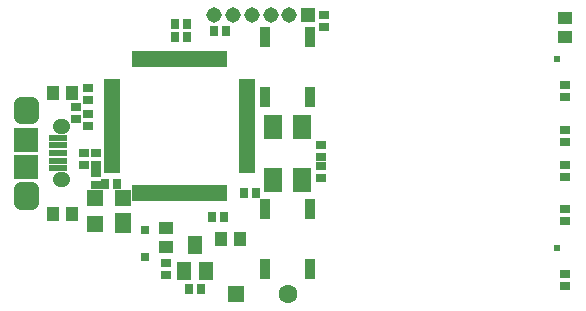
<source format=gts>
G04 EAGLE Gerber RS-274X export*
G75*
%MOMM*%
%FSLAX34Y34*%
%LPD*%
%INTop Solder Mask*%
%IPPOS*%
%AMOC8*
5,1,8,0,0,1.08239X$1,22.5*%
G01*
%ADD10C,0.603200*%
%ADD11R,0.965200X1.727200*%
%ADD12R,1.603200X2.103200*%
%ADD13R,1.203200X1.603200*%
%ADD14R,1.403200X0.503200*%
%ADD15R,0.503200X1.403200*%
%ADD16R,1.309600X1.309600*%
%ADD17C,1.309600*%
%ADD18R,1.553200X0.603200*%
%ADD19R,2.103200X2.003200*%
%ADD20C,1.156759*%
%ADD21C,1.198944*%
%ADD22R,1.203200X1.003200*%
%ADD23R,1.403200X1.703200*%
%ADD24R,1.403200X1.403200*%
%ADD25R,0.803200X0.703200*%
%ADD26R,0.953200X0.703200*%
%ADD27R,1.003200X1.203200*%
%ADD28R,0.703200X0.953200*%
%ADD29R,1.400000X1.400000*%
%ADD30C,1.600000*%


D10*
X466996Y53604D03*
X466996Y213604D03*
D11*
X257810Y231648D03*
X257810Y180848D03*
X219710Y231648D03*
X219710Y180848D03*
X257810Y86360D03*
X257810Y35560D03*
X219710Y86360D03*
X219710Y35560D03*
D12*
X226260Y156104D03*
X226260Y111104D03*
X251260Y111104D03*
X251260Y156104D03*
D13*
X160528Y55704D03*
X170028Y33704D03*
X151028Y33704D03*
D14*
X204320Y118964D03*
X204320Y123964D03*
X204320Y128964D03*
X204320Y133964D03*
X204320Y138964D03*
X204320Y143964D03*
X204320Y148964D03*
X204320Y153964D03*
X204320Y158964D03*
X204320Y163964D03*
X204320Y168964D03*
X204320Y173964D03*
X204320Y178964D03*
X204320Y183964D03*
X204320Y188964D03*
X204320Y193964D03*
D15*
X184820Y213464D03*
X179820Y213464D03*
X174820Y213464D03*
X169820Y213464D03*
X164820Y213464D03*
X159820Y213464D03*
X154820Y213464D03*
X149820Y213464D03*
X144820Y213464D03*
X139820Y213464D03*
X134820Y213464D03*
X129820Y213464D03*
X124820Y213464D03*
X119820Y213464D03*
X114820Y213464D03*
X109820Y213464D03*
D14*
X90320Y193964D03*
X90320Y188964D03*
X90320Y183964D03*
X90320Y178964D03*
X90320Y173964D03*
X90320Y168964D03*
X90320Y163964D03*
X90320Y158964D03*
X90320Y153964D03*
X90320Y148964D03*
X90320Y143964D03*
X90320Y138964D03*
X90320Y133964D03*
X90320Y128964D03*
X90320Y123964D03*
X90320Y118964D03*
D15*
X109820Y99464D03*
X114820Y99464D03*
X119820Y99464D03*
X124820Y99464D03*
X129820Y99464D03*
X134820Y99464D03*
X139820Y99464D03*
X144820Y99464D03*
X149820Y99464D03*
X154820Y99464D03*
X159820Y99464D03*
X164820Y99464D03*
X169820Y99464D03*
X174820Y99464D03*
X179820Y99464D03*
X184820Y99464D03*
D16*
X256032Y250952D03*
D17*
X240157Y250952D03*
X224282Y250952D03*
X208407Y250952D03*
X192532Y250952D03*
X176657Y250952D03*
D18*
X44276Y133604D03*
X44276Y140104D03*
X44276Y146604D03*
X44276Y127104D03*
X44276Y120604D03*
D19*
X17526Y145104D03*
X17526Y122104D03*
D20*
X22258Y102836D02*
X22258Y91622D01*
X12794Y91622D01*
X12794Y102836D01*
X22258Y102836D01*
X22258Y102612D02*
X12794Y102612D01*
X22258Y164372D02*
X22258Y175586D01*
X22258Y164372D02*
X12794Y164372D01*
X12794Y175586D01*
X22258Y175586D01*
X22258Y175362D02*
X12794Y175362D01*
D21*
X46254Y155332D02*
X48798Y155332D01*
X46254Y155332D02*
X46254Y156376D01*
X48798Y156376D01*
X48798Y155332D01*
X48798Y110832D02*
X46254Y110832D01*
X46254Y111876D01*
X48798Y111876D01*
X48798Y110832D01*
D22*
X136144Y69976D03*
X136144Y53976D03*
D23*
X99156Y74848D03*
D24*
X99156Y95358D03*
X75596Y95308D03*
X75596Y73348D03*
D25*
X118364Y68904D03*
X118364Y45904D03*
D26*
X70104Y166624D03*
X70104Y156464D03*
X66040Y134112D03*
X66040Y123952D03*
X76200Y134112D03*
X76200Y123952D03*
X59944Y172720D03*
X59944Y162560D03*
X70104Y188976D03*
X70104Y178816D03*
D27*
X55752Y184912D03*
X39752Y184912D03*
X55752Y82296D03*
X39752Y82296D03*
D26*
X267208Y130048D03*
X267208Y140208D03*
X267208Y122936D03*
X267208Y112776D03*
D28*
X153416Y231648D03*
X143256Y231648D03*
X84328Y107696D03*
X94488Y107696D03*
D26*
X76200Y106680D03*
X76200Y116840D03*
D28*
X174752Y79248D03*
X184912Y79248D03*
X153416Y242824D03*
X143256Y242824D03*
X212344Y99568D03*
X202184Y99568D03*
X186944Y236728D03*
X176784Y236728D03*
D26*
X269240Y240792D03*
X269240Y250952D03*
X473456Y143256D03*
X473456Y153416D03*
X473456Y123952D03*
X473456Y113792D03*
X473456Y76200D03*
X473456Y86360D03*
X473456Y21336D03*
X473456Y31496D03*
D28*
X165608Y18288D03*
X155448Y18288D03*
D26*
X136144Y40640D03*
X136144Y30480D03*
D27*
X197992Y60960D03*
X181992Y60960D03*
D26*
X473456Y180848D03*
X473456Y191008D03*
D29*
X195072Y14224D03*
D30*
X238760Y14224D03*
D22*
X473456Y247776D03*
X473456Y231776D03*
M02*

</source>
